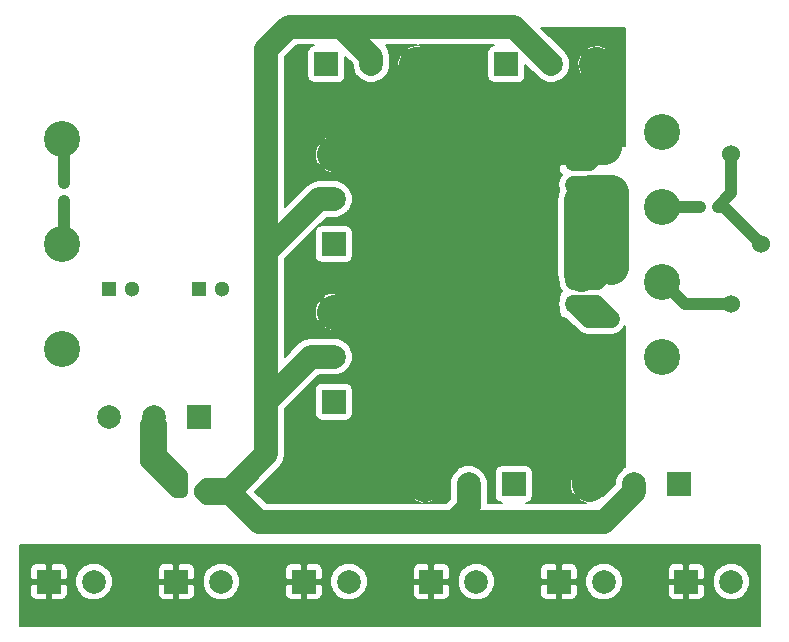
<source format=gbr>
G04 #@! TF.FileFunction,Copper,L1,Top,Signal*
%FSLAX46Y46*%
G04 Gerber Fmt 4.6, Leading zero omitted, Abs format (unit mm)*
G04 Created by KiCad (PCBNEW (2015-05-27 BZR 5686)-product) date 2015年05月29日 星期五 17时45分10秒*
%MOMM*%
G01*
G04 APERTURE LIST*
%ADD10C,0.100000*%
%ADD11R,1.300000X1.300000*%
%ADD12C,1.300000*%
%ADD13C,2.000000*%
%ADD14R,2.000000X2.000000*%
%ADD15R,0.900000X0.500000*%
%ADD16R,0.500000X0.900000*%
%ADD17C,1.524000*%
%ADD18C,3.048000*%
%ADD19C,0.600000*%
%ADD20C,1.000000*%
%ADD21C,3.000000*%
%ADD22C,1.500000*%
%ADD23C,2.000000*%
%ADD24C,0.152400*%
G04 APERTURE END LIST*
D10*
D11*
X137160000Y-117475000D03*
D12*
X139160000Y-117475000D03*
D11*
X144780000Y-117475000D03*
D12*
X146780000Y-117475000D03*
D11*
X176530000Y-106680000D03*
D12*
X176530000Y-108680000D03*
D11*
X176530000Y-118745000D03*
D12*
X176530000Y-116745000D03*
D13*
X156210000Y-119380000D03*
D14*
X156210000Y-127000000D03*
D13*
X156210000Y-123190000D03*
X163830000Y-133985000D03*
D14*
X171450000Y-133985000D03*
D13*
X167640000Y-133985000D03*
X178435000Y-98425000D03*
D14*
X170815000Y-98425000D03*
D13*
X174625000Y-98425000D03*
X177800000Y-133985000D03*
D14*
X185420000Y-133985000D03*
D13*
X181610000Y-133985000D03*
X156210000Y-106045000D03*
D14*
X156210000Y-113665000D03*
D13*
X156210000Y-109855000D03*
X163195000Y-98425000D03*
D14*
X155575000Y-98425000D03*
D13*
X159385000Y-98425000D03*
X137160000Y-128270000D03*
D14*
X144780000Y-128270000D03*
D13*
X140970000Y-128270000D03*
D14*
X142875000Y-142240000D03*
D13*
X146685000Y-142240000D03*
D14*
X175260000Y-142240000D03*
D13*
X179070000Y-142240000D03*
D14*
X132080000Y-142240000D03*
D13*
X135890000Y-142240000D03*
D14*
X186055000Y-142240000D03*
D13*
X189865000Y-142240000D03*
D14*
X153670000Y-142240000D03*
D13*
X157480000Y-142240000D03*
D14*
X164465000Y-142240000D03*
D13*
X168275000Y-142240000D03*
D15*
X133350000Y-108470000D03*
X133350000Y-109970000D03*
D16*
X188710000Y-110490000D03*
X187210000Y-110490000D03*
X143395000Y-134620000D03*
X144895000Y-134620000D03*
D17*
X189865000Y-118745000D03*
X192405000Y-113665000D03*
X189865000Y-106045000D03*
D18*
X133223000Y-122555000D03*
X133223000Y-113665000D03*
X133223000Y-104775000D03*
X184023000Y-104140000D03*
X184023000Y-110490000D03*
X184023000Y-116840000D03*
X184023000Y-123190000D03*
D19*
X179070000Y-105410000D03*
X179705000Y-115570000D03*
X179705000Y-109220000D03*
X179705000Y-120015000D03*
D20*
X133350000Y-108470000D02*
X133350000Y-104902000D01*
X133350000Y-104902000D02*
X133223000Y-104775000D01*
D21*
X163195000Y-98425000D02*
X163195000Y-133350000D01*
X163195000Y-133350000D02*
X163830000Y-133985000D01*
X156210000Y-106045000D02*
X158115000Y-106045000D01*
X158115000Y-106045000D02*
X164147500Y-112077500D01*
X164147500Y-112077500D02*
X164147500Y-110172500D01*
X156210000Y-106045000D02*
X160020000Y-106045000D01*
X160020000Y-106045000D02*
X164147500Y-110172500D01*
X164147500Y-110172500D02*
X165100000Y-111125000D01*
X161290000Y-114935000D02*
X161290000Y-109220000D01*
X161290000Y-109220000D02*
X158115000Y-106045000D01*
X156210000Y-119380000D02*
X161925000Y-119380000D01*
X161925000Y-119380000D02*
X169545000Y-111760000D01*
X163195000Y-98425000D02*
X163195000Y-100965000D01*
X163195000Y-100965000D02*
X167640000Y-105410000D01*
X167640000Y-105410000D02*
X168275000Y-105410000D01*
X163195000Y-98425000D02*
X165735000Y-98425000D01*
X165735000Y-98425000D02*
X170497500Y-103187500D01*
X156210000Y-106045000D02*
X158115000Y-106045000D01*
X158115000Y-106045000D02*
X160020000Y-107950000D01*
X160020000Y-107950000D02*
X168275000Y-107950000D01*
X163830000Y-133985000D02*
X163830000Y-121285000D01*
X163830000Y-121285000D02*
X169545000Y-115570000D01*
X169545000Y-115570000D02*
X169545000Y-111760000D01*
X169545000Y-111760000D02*
X169545000Y-109220000D01*
X169545000Y-109220000D02*
X168275000Y-107950000D01*
X156210000Y-119380000D02*
X156845000Y-119380000D01*
X156845000Y-119380000D02*
X161290000Y-114935000D01*
X161290000Y-114935000D02*
X165100000Y-111125000D01*
X165100000Y-111125000D02*
X168275000Y-107950000D01*
X168275000Y-107950000D02*
X168275000Y-105410000D01*
X168275000Y-105410000D02*
X168275000Y-105410000D01*
X156210000Y-119380000D02*
X158115000Y-119380000D01*
X158115000Y-119380000D02*
X172085000Y-105410000D01*
X177800000Y-133985000D02*
X177800000Y-130810000D01*
X177800000Y-130810000D02*
X170180000Y-123190000D01*
X163830000Y-125730000D02*
X164465000Y-125730000D01*
X164465000Y-125730000D02*
X172085000Y-118110000D01*
X163830000Y-133985000D02*
X163830000Y-129540000D01*
X163830000Y-129540000D02*
X170180000Y-123190000D01*
X170180000Y-123190000D02*
X172085000Y-121285000D01*
X177800000Y-133985000D02*
X177800000Y-127000000D01*
X177800000Y-127000000D02*
X172085000Y-121285000D01*
X172085000Y-121285000D02*
X172085000Y-118110000D01*
X172085000Y-118110000D02*
X172085000Y-116205000D01*
X163830000Y-133985000D02*
X163830000Y-125730000D01*
X163830000Y-125730000D02*
X163830000Y-124460000D01*
X163830000Y-124460000D02*
X172085000Y-116205000D01*
X172085000Y-116205000D02*
X172085000Y-105410000D01*
X172085000Y-105410000D02*
X172085000Y-106680000D01*
X156210000Y-119380000D02*
X159385000Y-119380000D01*
X159385000Y-119380000D02*
X172085000Y-106680000D01*
X172085000Y-106680000D02*
X173355000Y-105410000D01*
X167957500Y-103187500D02*
X170497500Y-103187500D01*
X170497500Y-103187500D02*
X176212500Y-103187500D01*
X176212500Y-103187500D02*
X179070000Y-100330000D01*
X177165000Y-105410000D02*
X173355000Y-105410000D01*
X173355000Y-105410000D02*
X168275000Y-105410000D01*
X168275000Y-105410000D02*
X156845000Y-105410000D01*
X156845000Y-105410000D02*
X156210000Y-106045000D01*
X179070000Y-105410000D02*
X177165000Y-105410000D01*
X177165000Y-105410000D02*
X170180000Y-105410000D01*
X170180000Y-105410000D02*
X167957500Y-103187500D01*
X167957500Y-103187500D02*
X163195000Y-98425000D01*
X179070000Y-105410000D02*
X179070000Y-100330000D01*
X179070000Y-100330000D02*
X179070000Y-99060000D01*
X179070000Y-99060000D02*
X178435000Y-98425000D01*
D22*
X179070000Y-105410000D02*
X178752500Y-105727500D01*
X178752500Y-105727500D02*
X177800000Y-106680000D01*
X177800000Y-106680000D02*
X176530000Y-106680000D01*
D20*
X144895000Y-134620000D02*
X144895000Y-134735000D01*
X144895000Y-134735000D02*
X145415000Y-135255000D01*
X145415000Y-135255000D02*
X147955000Y-135255000D01*
X144895000Y-134620000D02*
X144895000Y-134505000D01*
X144895000Y-134505000D02*
X145415000Y-133985000D01*
X145415000Y-133985000D02*
X147320000Y-133985000D01*
X147320000Y-133985000D02*
X149225000Y-132080000D01*
X149225000Y-132080000D02*
X149225000Y-132715000D01*
X144895000Y-134620000D02*
X147320000Y-134620000D01*
D23*
X164465000Y-137160000D02*
X166370000Y-137160000D01*
X166370000Y-137160000D02*
X167640000Y-135890000D01*
X167640000Y-135890000D02*
X167640000Y-133985000D01*
X181610000Y-133985000D02*
X181610000Y-134620000D01*
X181610000Y-134620000D02*
X179070000Y-137160000D01*
X179070000Y-137160000D02*
X164465000Y-137160000D01*
X164465000Y-137160000D02*
X149860000Y-137160000D01*
X149860000Y-137160000D02*
X147955000Y-135255000D01*
X147955000Y-135255000D02*
X147320000Y-134620000D01*
X156210000Y-123190000D02*
X154305000Y-123190000D01*
X154305000Y-123190000D02*
X150495000Y-127000000D01*
X156210000Y-109855000D02*
X154940000Y-109855000D01*
X154940000Y-109855000D02*
X150495000Y-114300000D01*
X159385000Y-98425000D02*
X159385000Y-97790000D01*
X159385000Y-97790000D02*
X156845000Y-95250000D01*
X147320000Y-134620000D02*
X149225000Y-132715000D01*
X149225000Y-132715000D02*
X150495000Y-131445000D01*
X150495000Y-131445000D02*
X150495000Y-127000000D01*
X150495000Y-127000000D02*
X150495000Y-114300000D01*
X150495000Y-114300000D02*
X150495000Y-97155000D01*
X150495000Y-97155000D02*
X152400000Y-95250000D01*
X152400000Y-95250000D02*
X156845000Y-95250000D01*
X156845000Y-95250000D02*
X171450000Y-95250000D01*
X171450000Y-95250000D02*
X174625000Y-98425000D01*
D21*
X179705000Y-109220000D02*
X177889998Y-109220000D01*
X177889998Y-109220000D02*
X177165000Y-109944998D01*
X177165000Y-109944998D02*
X177165000Y-116205000D01*
X179705000Y-109220000D02*
X179705000Y-114617500D01*
X179705000Y-114617500D02*
X179705000Y-115570000D01*
D20*
X184023000Y-110490000D02*
X187210000Y-110490000D01*
D22*
X179705000Y-109220000D02*
X177165000Y-109220000D01*
X177165000Y-109220000D02*
X176625000Y-108680000D01*
X176625000Y-108680000D02*
X176530000Y-108680000D01*
X176530000Y-116745000D02*
X176625000Y-116745000D01*
X176625000Y-116745000D02*
X177165000Y-116205000D01*
X177165000Y-116205000D02*
X177800000Y-115570000D01*
X177800000Y-115570000D02*
X179705000Y-115570000D01*
X179705000Y-115570000D02*
X178530000Y-116745000D01*
X178530000Y-116745000D02*
X176530000Y-116745000D01*
X179705000Y-109220000D02*
X179165000Y-108680000D01*
X179165000Y-108680000D02*
X176530000Y-108680000D01*
X179705000Y-120015000D02*
X177800000Y-120015000D01*
X177800000Y-120015000D02*
X176530000Y-118745000D01*
X179705000Y-120015000D02*
X178435000Y-118745000D01*
X178435000Y-118745000D02*
X176530000Y-118745000D01*
D20*
X140970000Y-128270000D02*
X140335000Y-128905000D01*
X140335000Y-128905000D02*
X140335000Y-132080000D01*
X140335000Y-132080000D02*
X142875000Y-134620000D01*
X142875000Y-134620000D02*
X143395000Y-134620000D01*
X143395000Y-134620000D02*
X143395000Y-133235000D01*
X143395000Y-133235000D02*
X141605000Y-131445000D01*
X141605000Y-131445000D02*
X141605000Y-128905000D01*
X141605000Y-128905000D02*
X140970000Y-128270000D01*
X140970000Y-128270000D02*
X140970000Y-132195000D01*
X140970000Y-132195000D02*
X143395000Y-134620000D01*
X133350000Y-109970000D02*
X133350000Y-113538000D01*
X133350000Y-113538000D02*
X133223000Y-113665000D01*
X189865000Y-106045000D02*
X189865000Y-109335000D01*
X189865000Y-109335000D02*
X188710000Y-110490000D01*
X188710000Y-110490000D02*
X189230000Y-110490000D01*
X189230000Y-110490000D02*
X192405000Y-113665000D01*
X189865000Y-118745000D02*
X185928000Y-118745000D01*
X185928000Y-118745000D02*
X184023000Y-116840000D01*
D24*
G36*
X180898800Y-132564755D02*
X180713795Y-132641198D01*
X180489801Y-132864800D01*
X180489801Y-132864801D01*
X180489800Y-132864801D01*
X180267764Y-133086451D01*
X180026076Y-133668501D01*
X180025818Y-133963784D01*
X179402569Y-134587033D01*
X179028026Y-134961576D01*
X178956961Y-134890511D01*
X179203321Y-134784799D01*
X179402569Y-134186891D01*
X179357841Y-133558247D01*
X179203321Y-133185201D01*
X178956960Y-133079488D01*
X178705512Y-133330935D01*
X178705512Y-132828040D01*
X178599799Y-132581679D01*
X178001891Y-132382431D01*
X177373247Y-132427159D01*
X177000201Y-132581679D01*
X176894488Y-132828040D01*
X177800000Y-133733553D01*
X178705512Y-132828040D01*
X178705512Y-133330935D01*
X178051447Y-133985000D01*
X178065589Y-133999142D01*
X177814142Y-134250589D01*
X177800000Y-134236447D01*
X177548553Y-134487894D01*
X177548553Y-133985000D01*
X176643040Y-133079488D01*
X176396679Y-133185201D01*
X176197431Y-133783109D01*
X176242159Y-134411753D01*
X176396679Y-134784799D01*
X176643040Y-134890512D01*
X177548553Y-133985000D01*
X177548553Y-134487894D01*
X176894488Y-135141960D01*
X177000201Y-135388321D01*
X177562792Y-135575800D01*
X172474971Y-135575800D01*
X172672753Y-135537426D01*
X172868533Y-135408820D01*
X172999586Y-135214669D01*
X173045645Y-134985000D01*
X173045645Y-132985000D01*
X173002426Y-132762247D01*
X172873820Y-132566467D01*
X172679669Y-132435414D01*
X172450000Y-132389355D01*
X170450000Y-132389355D01*
X170227247Y-132432574D01*
X170031467Y-132561180D01*
X169900414Y-132755331D01*
X169854355Y-132985000D01*
X169854355Y-134985000D01*
X169897574Y-135207753D01*
X170026180Y-135403533D01*
X170220331Y-135534586D01*
X170425840Y-135575800D01*
X169224200Y-135575800D01*
X169224200Y-133985236D01*
X169224200Y-133985000D01*
X169224474Y-133671266D01*
X169103610Y-133378753D01*
X168983802Y-133088795D01*
X168760199Y-132864801D01*
X168760198Y-132864800D01*
X168538549Y-132642764D01*
X168246247Y-132521390D01*
X167956499Y-132401076D01*
X167326266Y-132400526D01*
X166743795Y-132641198D01*
X166519801Y-132864800D01*
X166519801Y-132864801D01*
X166519800Y-132864801D01*
X166297764Y-133086451D01*
X166056076Y-133668501D01*
X166055526Y-134298734D01*
X166055800Y-134299397D01*
X166055800Y-135233802D01*
X165713802Y-135575800D01*
X165432569Y-135575800D01*
X165432569Y-134186891D01*
X165387841Y-133558247D01*
X165233321Y-133185201D01*
X164986960Y-133079488D01*
X164797569Y-133268878D01*
X164797569Y-98626891D01*
X164752841Y-97998247D01*
X164598321Y-97625201D01*
X164351960Y-97519488D01*
X163446447Y-98425000D01*
X164351960Y-99330512D01*
X164598321Y-99224799D01*
X164797569Y-98626891D01*
X164797569Y-133268878D01*
X164735512Y-133330935D01*
X164735512Y-132828040D01*
X164629799Y-132581679D01*
X164100512Y-132405298D01*
X164100512Y-99581960D01*
X163195000Y-98676447D01*
X162943553Y-98927894D01*
X162943553Y-98425000D01*
X162038040Y-97519488D01*
X161791679Y-97625201D01*
X161592431Y-98223109D01*
X161637159Y-98851753D01*
X161791679Y-99224799D01*
X162038040Y-99330512D01*
X162943553Y-98425000D01*
X162943553Y-98927894D01*
X162289488Y-99581960D01*
X162395201Y-99828321D01*
X162993109Y-100027569D01*
X163621753Y-99982841D01*
X163994799Y-99828321D01*
X164100512Y-99581960D01*
X164100512Y-132405298D01*
X164031891Y-132382431D01*
X163403247Y-132427159D01*
X163030201Y-132581679D01*
X162924488Y-132828040D01*
X163830000Y-133733553D01*
X164735512Y-132828040D01*
X164735512Y-133330935D01*
X164081447Y-133985000D01*
X164986960Y-134890512D01*
X165233321Y-134784799D01*
X165432569Y-134186891D01*
X165432569Y-135575800D01*
X164465000Y-135575800D01*
X163793520Y-135575800D01*
X164256753Y-135542841D01*
X164629799Y-135388321D01*
X164735512Y-135141960D01*
X163830000Y-134236447D01*
X163578553Y-134487894D01*
X163578553Y-133985000D01*
X162673040Y-133079488D01*
X162426679Y-133185201D01*
X162227431Y-133783109D01*
X162272159Y-134411753D01*
X162426679Y-134784799D01*
X162673040Y-134890512D01*
X163578553Y-133985000D01*
X163578553Y-134487894D01*
X162924488Y-135141960D01*
X163030201Y-135388321D01*
X163592792Y-135575800D01*
X157812569Y-135575800D01*
X157812569Y-119581891D01*
X157812569Y-106246891D01*
X157767841Y-105618247D01*
X157613321Y-105245201D01*
X157366960Y-105139488D01*
X157115512Y-105390935D01*
X157115512Y-104888040D01*
X157009799Y-104641679D01*
X156411891Y-104442431D01*
X155783247Y-104487159D01*
X155410201Y-104641679D01*
X155304488Y-104888040D01*
X156210000Y-105793553D01*
X157115512Y-104888040D01*
X157115512Y-105390935D01*
X156461447Y-106045000D01*
X157366960Y-106950512D01*
X157613321Y-106844799D01*
X157812569Y-106246891D01*
X157812569Y-119581891D01*
X157767841Y-118953247D01*
X157613321Y-118580201D01*
X157366960Y-118474488D01*
X157115512Y-118725935D01*
X157115512Y-118223040D01*
X157009799Y-117976679D01*
X156411891Y-117777431D01*
X155783247Y-117822159D01*
X155410201Y-117976679D01*
X155304488Y-118223040D01*
X156210000Y-119128553D01*
X157115512Y-118223040D01*
X157115512Y-118725935D01*
X156461447Y-119380000D01*
X157366960Y-120285512D01*
X157613321Y-120179799D01*
X157812569Y-119581891D01*
X157812569Y-135575800D01*
X157805645Y-135575800D01*
X157805645Y-128000000D01*
X157805645Y-126000000D01*
X157762426Y-125777247D01*
X157633820Y-125581467D01*
X157439669Y-125450414D01*
X157210000Y-125404355D01*
X155210000Y-125404355D01*
X154987247Y-125447574D01*
X154791467Y-125576180D01*
X154660414Y-125770331D01*
X154614355Y-126000000D01*
X154614355Y-128000000D01*
X154657574Y-128222753D01*
X154786180Y-128418533D01*
X154980331Y-128549586D01*
X155210000Y-128595645D01*
X157210000Y-128595645D01*
X157432753Y-128552426D01*
X157628533Y-128423820D01*
X157759586Y-128229669D01*
X157805645Y-128000000D01*
X157805645Y-135575800D01*
X150516197Y-135575800D01*
X149560397Y-134619999D01*
X150345195Y-133835201D01*
X150345199Y-133835199D01*
X150345199Y-133835198D01*
X151615195Y-132565201D01*
X151615198Y-132565199D01*
X151615199Y-132565199D01*
X151958610Y-132051247D01*
X152079200Y-131445000D01*
X152079200Y-127656197D01*
X154961197Y-124774200D01*
X156209763Y-124774200D01*
X156210000Y-124774200D01*
X156523734Y-124774474D01*
X156816247Y-124653610D01*
X157106205Y-124533802D01*
X157330198Y-124310199D01*
X157330199Y-124310199D01*
X157330199Y-124310198D01*
X157552236Y-124088549D01*
X157673610Y-123796247D01*
X157793924Y-123506499D01*
X157794200Y-123190000D01*
X157794474Y-122876266D01*
X157673610Y-122583753D01*
X157553802Y-122293795D01*
X157330199Y-122069801D01*
X157330198Y-122069800D01*
X157115512Y-121854739D01*
X157115512Y-120536960D01*
X156210000Y-119631447D01*
X155958553Y-119882894D01*
X155958553Y-119380000D01*
X155053040Y-118474488D01*
X154806679Y-118580201D01*
X154607431Y-119178109D01*
X154652159Y-119806753D01*
X154806679Y-120179799D01*
X155053040Y-120285512D01*
X155958553Y-119380000D01*
X155958553Y-119882894D01*
X155304488Y-120536960D01*
X155410201Y-120783321D01*
X156008109Y-120982569D01*
X156636753Y-120937841D01*
X157009799Y-120783321D01*
X157115512Y-120536960D01*
X157115512Y-121854739D01*
X157108549Y-121847764D01*
X156816247Y-121726390D01*
X156526499Y-121606076D01*
X155896266Y-121605526D01*
X155895602Y-121605800D01*
X154305005Y-121605800D01*
X154305000Y-121605799D01*
X153698753Y-121726390D01*
X153184801Y-122069801D01*
X153184798Y-122069804D01*
X152079200Y-123175402D01*
X152079200Y-114956197D01*
X154785754Y-112249642D01*
X154660414Y-112435331D01*
X154614355Y-112665000D01*
X154614355Y-114665000D01*
X154657574Y-114887753D01*
X154786180Y-115083533D01*
X154980331Y-115214586D01*
X155210000Y-115260645D01*
X157210000Y-115260645D01*
X157432753Y-115217426D01*
X157628533Y-115088820D01*
X157759586Y-114894669D01*
X157805645Y-114665000D01*
X157805645Y-112665000D01*
X157762426Y-112442247D01*
X157633820Y-112246467D01*
X157439669Y-112115414D01*
X157210000Y-112069355D01*
X155210000Y-112069355D01*
X154987247Y-112112574D01*
X154799482Y-112235914D01*
X155596197Y-111439200D01*
X156209763Y-111439200D01*
X156210000Y-111439200D01*
X156523734Y-111439474D01*
X156816247Y-111318610D01*
X157106205Y-111198802D01*
X157330198Y-110975199D01*
X157330199Y-110975199D01*
X157330199Y-110975198D01*
X157552236Y-110753549D01*
X157673610Y-110461247D01*
X157793924Y-110171499D01*
X157794200Y-109855000D01*
X157794474Y-109541266D01*
X157673610Y-109248753D01*
X157553802Y-108958795D01*
X157330199Y-108734801D01*
X157330198Y-108734800D01*
X157115512Y-108519739D01*
X157115512Y-107201960D01*
X156210000Y-106296447D01*
X155958553Y-106547894D01*
X155958553Y-106045000D01*
X155053040Y-105139488D01*
X154806679Y-105245201D01*
X154607431Y-105843109D01*
X154652159Y-106471753D01*
X154806679Y-106844799D01*
X155053040Y-106950512D01*
X155958553Y-106045000D01*
X155958553Y-106547894D01*
X155304488Y-107201960D01*
X155410201Y-107448321D01*
X156008109Y-107647569D01*
X156636753Y-107602841D01*
X157009799Y-107448321D01*
X157115512Y-107201960D01*
X157115512Y-108519739D01*
X157108549Y-108512764D01*
X156816247Y-108391390D01*
X156526499Y-108271076D01*
X155896266Y-108270526D01*
X155895602Y-108270800D01*
X154940000Y-108270800D01*
X154333753Y-108391390D01*
X153819801Y-108734801D01*
X153819798Y-108734804D01*
X152079200Y-110475402D01*
X152079200Y-97811197D01*
X153056197Y-96834200D01*
X154550028Y-96834200D01*
X154352247Y-96872574D01*
X154156467Y-97001180D01*
X154025414Y-97195331D01*
X153979355Y-97425000D01*
X153979355Y-99425000D01*
X154022574Y-99647753D01*
X154151180Y-99843533D01*
X154345331Y-99974586D01*
X154575000Y-100020645D01*
X156575000Y-100020645D01*
X156797753Y-99977426D01*
X156993533Y-99848820D01*
X157124586Y-99654669D01*
X157170645Y-99425000D01*
X157170645Y-97816042D01*
X157800781Y-98446178D01*
X157800526Y-98738734D01*
X157921390Y-99031247D01*
X158041198Y-99321205D01*
X158264800Y-99545198D01*
X158264801Y-99545199D01*
X158486451Y-99767236D01*
X158778753Y-99888610D01*
X159068501Y-100008924D01*
X159385000Y-100009200D01*
X159698734Y-100009474D01*
X159991247Y-99888610D01*
X160281205Y-99768802D01*
X160505198Y-99545199D01*
X160505199Y-99545199D01*
X160505199Y-99545198D01*
X160727236Y-99323549D01*
X160848610Y-99031247D01*
X160968924Y-98741499D01*
X160969200Y-98425000D01*
X160969474Y-98111266D01*
X160969200Y-98110602D01*
X160969200Y-97790000D01*
X160848610Y-97183753D01*
X160848610Y-97183752D01*
X160711058Y-96977892D01*
X160615046Y-96834200D01*
X163231479Y-96834200D01*
X162768247Y-96867159D01*
X162395201Y-97021679D01*
X162289488Y-97268040D01*
X163195000Y-98173553D01*
X164100512Y-97268040D01*
X163994799Y-97021679D01*
X163432207Y-96834200D01*
X169790028Y-96834200D01*
X169592247Y-96872574D01*
X169396467Y-97001180D01*
X169265414Y-97195331D01*
X169219355Y-97425000D01*
X169219355Y-99425000D01*
X169262574Y-99647753D01*
X169391180Y-99843533D01*
X169585331Y-99974586D01*
X169815000Y-100020645D01*
X171815000Y-100020645D01*
X172037753Y-99977426D01*
X172233533Y-99848820D01*
X172364586Y-99654669D01*
X172410645Y-99425000D01*
X172410645Y-98451043D01*
X173504801Y-99545199D01*
X173726451Y-99767236D01*
X174018753Y-99888610D01*
X174308501Y-100008924D01*
X174624995Y-100009200D01*
X174625000Y-100009201D01*
X174625003Y-100009200D01*
X174938734Y-100009474D01*
X175231247Y-99888610D01*
X175521205Y-99768802D01*
X175745198Y-99545199D01*
X175745199Y-99545199D01*
X175745199Y-99545198D01*
X175967236Y-99323549D01*
X176088610Y-99031247D01*
X176208924Y-98741499D01*
X176209200Y-98425004D01*
X176209201Y-98425000D01*
X176209200Y-98424996D01*
X176209474Y-98111266D01*
X176088610Y-97818753D01*
X175968802Y-97528795D01*
X175745199Y-97304801D01*
X175745030Y-97304632D01*
X175523549Y-97082764D01*
X175522887Y-97082489D01*
X173766597Y-95326200D01*
X180898800Y-95326200D01*
X180898800Y-105333800D01*
X180037569Y-105333800D01*
X180037569Y-98626891D01*
X179992841Y-97998247D01*
X179838321Y-97625201D01*
X179591960Y-97519488D01*
X179340512Y-97770935D01*
X179340512Y-97268040D01*
X179234799Y-97021679D01*
X178636891Y-96822431D01*
X178008247Y-96867159D01*
X177635201Y-97021679D01*
X177529488Y-97268040D01*
X178435000Y-98173553D01*
X179340512Y-97268040D01*
X179340512Y-97770935D01*
X178686447Y-98425000D01*
X179591960Y-99330512D01*
X179838321Y-99224799D01*
X180037569Y-98626891D01*
X180037569Y-105333800D01*
X179340512Y-105333800D01*
X179340512Y-99581960D01*
X178435000Y-98676447D01*
X178183553Y-98927894D01*
X178183553Y-98425000D01*
X177278040Y-97519488D01*
X177031679Y-97625201D01*
X176832431Y-98223109D01*
X176877159Y-98851753D01*
X177031679Y-99224799D01*
X177278040Y-99330512D01*
X178183553Y-98425000D01*
X178183553Y-98927894D01*
X177529488Y-99581960D01*
X177635201Y-99828321D01*
X178233109Y-100027569D01*
X178861753Y-99982841D01*
X179234799Y-99828321D01*
X179340512Y-99581960D01*
X179340512Y-105333800D01*
X177768437Y-105333800D01*
X177539210Y-105563026D01*
X177510922Y-105534739D01*
X177296204Y-105445800D01*
X177063795Y-105445800D01*
X176853850Y-105445800D01*
X176707800Y-105591850D01*
X176707800Y-106394437D01*
X176453800Y-106648437D01*
X176453800Y-106877800D01*
X176352200Y-106877800D01*
X176352200Y-106857800D01*
X176352200Y-106502200D01*
X176352200Y-105591850D01*
X176206150Y-105445800D01*
X175996205Y-105445800D01*
X175763796Y-105445800D01*
X175549078Y-105534739D01*
X175384739Y-105699077D01*
X175295800Y-105913795D01*
X175295800Y-106356150D01*
X175441850Y-106502200D01*
X176352200Y-106502200D01*
X176352200Y-106857800D01*
X175441850Y-106857800D01*
X175295800Y-107003850D01*
X175295800Y-107446205D01*
X175384739Y-107660923D01*
X175536036Y-107812219D01*
X175297360Y-108169424D01*
X175195800Y-108680000D01*
X175277458Y-109090525D01*
X175239450Y-109147409D01*
X175080800Y-109944998D01*
X175080800Y-116205000D01*
X175239450Y-117002589D01*
X175250253Y-117018758D01*
X175297360Y-117255576D01*
X175540408Y-117619324D01*
X175461467Y-117671180D01*
X175330414Y-117865331D01*
X175284355Y-118095000D01*
X175284355Y-118299804D01*
X175195800Y-118745000D01*
X175284355Y-119190195D01*
X175284355Y-119395000D01*
X175327574Y-119617753D01*
X175456180Y-119813533D01*
X175650331Y-119944586D01*
X175880000Y-119990645D01*
X175888801Y-119990645D01*
X176856578Y-120958422D01*
X177289423Y-121247640D01*
X177289424Y-121247640D01*
X177800000Y-121349200D01*
X179705000Y-121349200D01*
X180215576Y-121247640D01*
X180648422Y-120958422D01*
X180898800Y-120583704D01*
X180898800Y-132564755D01*
X180898800Y-132564755D01*
G37*
X180898800Y-132564755D02*
X180713795Y-132641198D01*
X180489801Y-132864800D01*
X180489801Y-132864801D01*
X180489800Y-132864801D01*
X180267764Y-133086451D01*
X180026076Y-133668501D01*
X180025818Y-133963784D01*
X179402569Y-134587033D01*
X179028026Y-134961576D01*
X178956961Y-134890511D01*
X179203321Y-134784799D01*
X179402569Y-134186891D01*
X179357841Y-133558247D01*
X179203321Y-133185201D01*
X178956960Y-133079488D01*
X178705512Y-133330935D01*
X178705512Y-132828040D01*
X178599799Y-132581679D01*
X178001891Y-132382431D01*
X177373247Y-132427159D01*
X177000201Y-132581679D01*
X176894488Y-132828040D01*
X177800000Y-133733553D01*
X178705512Y-132828040D01*
X178705512Y-133330935D01*
X178051447Y-133985000D01*
X178065589Y-133999142D01*
X177814142Y-134250589D01*
X177800000Y-134236447D01*
X177548553Y-134487894D01*
X177548553Y-133985000D01*
X176643040Y-133079488D01*
X176396679Y-133185201D01*
X176197431Y-133783109D01*
X176242159Y-134411753D01*
X176396679Y-134784799D01*
X176643040Y-134890512D01*
X177548553Y-133985000D01*
X177548553Y-134487894D01*
X176894488Y-135141960D01*
X177000201Y-135388321D01*
X177562792Y-135575800D01*
X172474971Y-135575800D01*
X172672753Y-135537426D01*
X172868533Y-135408820D01*
X172999586Y-135214669D01*
X173045645Y-134985000D01*
X173045645Y-132985000D01*
X173002426Y-132762247D01*
X172873820Y-132566467D01*
X172679669Y-132435414D01*
X172450000Y-132389355D01*
X170450000Y-132389355D01*
X170227247Y-132432574D01*
X170031467Y-132561180D01*
X169900414Y-132755331D01*
X169854355Y-132985000D01*
X169854355Y-134985000D01*
X169897574Y-135207753D01*
X170026180Y-135403533D01*
X170220331Y-135534586D01*
X170425840Y-135575800D01*
X169224200Y-135575800D01*
X169224200Y-133985236D01*
X169224200Y-133985000D01*
X169224474Y-133671266D01*
X169103610Y-133378753D01*
X168983802Y-133088795D01*
X168760199Y-132864801D01*
X168760198Y-132864800D01*
X168538549Y-132642764D01*
X168246247Y-132521390D01*
X167956499Y-132401076D01*
X167326266Y-132400526D01*
X166743795Y-132641198D01*
X166519801Y-132864800D01*
X166519801Y-132864801D01*
X166519800Y-132864801D01*
X166297764Y-133086451D01*
X166056076Y-133668501D01*
X166055526Y-134298734D01*
X166055800Y-134299397D01*
X166055800Y-135233802D01*
X165713802Y-135575800D01*
X165432569Y-135575800D01*
X165432569Y-134186891D01*
X165387841Y-133558247D01*
X165233321Y-133185201D01*
X164986960Y-133079488D01*
X164797569Y-133268878D01*
X164797569Y-98626891D01*
X164752841Y-97998247D01*
X164598321Y-97625201D01*
X164351960Y-97519488D01*
X163446447Y-98425000D01*
X164351960Y-99330512D01*
X164598321Y-99224799D01*
X164797569Y-98626891D01*
X164797569Y-133268878D01*
X164735512Y-133330935D01*
X164735512Y-132828040D01*
X164629799Y-132581679D01*
X164100512Y-132405298D01*
X164100512Y-99581960D01*
X163195000Y-98676447D01*
X162943553Y-98927894D01*
X162943553Y-98425000D01*
X162038040Y-97519488D01*
X161791679Y-97625201D01*
X161592431Y-98223109D01*
X161637159Y-98851753D01*
X161791679Y-99224799D01*
X162038040Y-99330512D01*
X162943553Y-98425000D01*
X162943553Y-98927894D01*
X162289488Y-99581960D01*
X162395201Y-99828321D01*
X162993109Y-100027569D01*
X163621753Y-99982841D01*
X163994799Y-99828321D01*
X164100512Y-99581960D01*
X164100512Y-132405298D01*
X164031891Y-132382431D01*
X163403247Y-132427159D01*
X163030201Y-132581679D01*
X162924488Y-132828040D01*
X163830000Y-133733553D01*
X164735512Y-132828040D01*
X164735512Y-133330935D01*
X164081447Y-133985000D01*
X164986960Y-134890512D01*
X165233321Y-134784799D01*
X165432569Y-134186891D01*
X165432569Y-135575800D01*
X164465000Y-135575800D01*
X163793520Y-135575800D01*
X164256753Y-135542841D01*
X164629799Y-135388321D01*
X164735512Y-135141960D01*
X163830000Y-134236447D01*
X163578553Y-134487894D01*
X163578553Y-133985000D01*
X162673040Y-133079488D01*
X162426679Y-133185201D01*
X162227431Y-133783109D01*
X162272159Y-134411753D01*
X162426679Y-134784799D01*
X162673040Y-134890512D01*
X163578553Y-133985000D01*
X163578553Y-134487894D01*
X162924488Y-135141960D01*
X163030201Y-135388321D01*
X163592792Y-135575800D01*
X157812569Y-135575800D01*
X157812569Y-119581891D01*
X157812569Y-106246891D01*
X157767841Y-105618247D01*
X157613321Y-105245201D01*
X157366960Y-105139488D01*
X157115512Y-105390935D01*
X157115512Y-104888040D01*
X157009799Y-104641679D01*
X156411891Y-104442431D01*
X155783247Y-104487159D01*
X155410201Y-104641679D01*
X155304488Y-104888040D01*
X156210000Y-105793553D01*
X157115512Y-104888040D01*
X157115512Y-105390935D01*
X156461447Y-106045000D01*
X157366960Y-106950512D01*
X157613321Y-106844799D01*
X157812569Y-106246891D01*
X157812569Y-119581891D01*
X157767841Y-118953247D01*
X157613321Y-118580201D01*
X157366960Y-118474488D01*
X157115512Y-118725935D01*
X157115512Y-118223040D01*
X157009799Y-117976679D01*
X156411891Y-117777431D01*
X155783247Y-117822159D01*
X155410201Y-117976679D01*
X155304488Y-118223040D01*
X156210000Y-119128553D01*
X157115512Y-118223040D01*
X157115512Y-118725935D01*
X156461447Y-119380000D01*
X157366960Y-120285512D01*
X157613321Y-120179799D01*
X157812569Y-119581891D01*
X157812569Y-135575800D01*
X157805645Y-135575800D01*
X157805645Y-128000000D01*
X157805645Y-126000000D01*
X157762426Y-125777247D01*
X157633820Y-125581467D01*
X157439669Y-125450414D01*
X157210000Y-125404355D01*
X155210000Y-125404355D01*
X154987247Y-125447574D01*
X154791467Y-125576180D01*
X154660414Y-125770331D01*
X154614355Y-126000000D01*
X154614355Y-128000000D01*
X154657574Y-128222753D01*
X154786180Y-128418533D01*
X154980331Y-128549586D01*
X155210000Y-128595645D01*
X157210000Y-128595645D01*
X157432753Y-128552426D01*
X157628533Y-128423820D01*
X157759586Y-128229669D01*
X157805645Y-128000000D01*
X157805645Y-135575800D01*
X150516197Y-135575800D01*
X149560397Y-134619999D01*
X150345195Y-133835201D01*
X150345199Y-133835199D01*
X150345199Y-133835198D01*
X151615195Y-132565201D01*
X151615198Y-132565199D01*
X151615199Y-132565199D01*
X151958610Y-132051247D01*
X152079200Y-131445000D01*
X152079200Y-127656197D01*
X154961197Y-124774200D01*
X156209763Y-124774200D01*
X156210000Y-124774200D01*
X156523734Y-124774474D01*
X156816247Y-124653610D01*
X157106205Y-124533802D01*
X157330198Y-124310199D01*
X157330199Y-124310199D01*
X157330199Y-124310198D01*
X157552236Y-124088549D01*
X157673610Y-123796247D01*
X157793924Y-123506499D01*
X157794200Y-123190000D01*
X157794474Y-122876266D01*
X157673610Y-122583753D01*
X157553802Y-122293795D01*
X157330199Y-122069801D01*
X157330198Y-122069800D01*
X157115512Y-121854739D01*
X157115512Y-120536960D01*
X156210000Y-119631447D01*
X155958553Y-119882894D01*
X155958553Y-119380000D01*
X155053040Y-118474488D01*
X154806679Y-118580201D01*
X154607431Y-119178109D01*
X154652159Y-119806753D01*
X154806679Y-120179799D01*
X155053040Y-120285512D01*
X155958553Y-119380000D01*
X155958553Y-119882894D01*
X155304488Y-120536960D01*
X155410201Y-120783321D01*
X156008109Y-120982569D01*
X156636753Y-120937841D01*
X157009799Y-120783321D01*
X157115512Y-120536960D01*
X157115512Y-121854739D01*
X157108549Y-121847764D01*
X156816247Y-121726390D01*
X156526499Y-121606076D01*
X155896266Y-121605526D01*
X155895602Y-121605800D01*
X154305005Y-121605800D01*
X154305000Y-121605799D01*
X153698753Y-121726390D01*
X153184801Y-122069801D01*
X153184798Y-122069804D01*
X152079200Y-123175402D01*
X152079200Y-114956197D01*
X154785754Y-112249642D01*
X154660414Y-112435331D01*
X154614355Y-112665000D01*
X154614355Y-114665000D01*
X154657574Y-114887753D01*
X154786180Y-115083533D01*
X154980331Y-115214586D01*
X155210000Y-115260645D01*
X157210000Y-115260645D01*
X157432753Y-115217426D01*
X157628533Y-115088820D01*
X157759586Y-114894669D01*
X157805645Y-114665000D01*
X157805645Y-112665000D01*
X157762426Y-112442247D01*
X157633820Y-112246467D01*
X157439669Y-112115414D01*
X157210000Y-112069355D01*
X155210000Y-112069355D01*
X154987247Y-112112574D01*
X154799482Y-112235914D01*
X155596197Y-111439200D01*
X156209763Y-111439200D01*
X156210000Y-111439200D01*
X156523734Y-111439474D01*
X156816247Y-111318610D01*
X157106205Y-111198802D01*
X157330198Y-110975199D01*
X157330199Y-110975199D01*
X157330199Y-110975198D01*
X157552236Y-110753549D01*
X157673610Y-110461247D01*
X157793924Y-110171499D01*
X157794200Y-109855000D01*
X157794474Y-109541266D01*
X157673610Y-109248753D01*
X157553802Y-108958795D01*
X157330199Y-108734801D01*
X157330198Y-108734800D01*
X157115512Y-108519739D01*
X157115512Y-107201960D01*
X156210000Y-106296447D01*
X155958553Y-106547894D01*
X155958553Y-106045000D01*
X155053040Y-105139488D01*
X154806679Y-105245201D01*
X154607431Y-105843109D01*
X154652159Y-106471753D01*
X154806679Y-106844799D01*
X155053040Y-106950512D01*
X155958553Y-106045000D01*
X155958553Y-106547894D01*
X155304488Y-107201960D01*
X155410201Y-107448321D01*
X156008109Y-107647569D01*
X156636753Y-107602841D01*
X157009799Y-107448321D01*
X157115512Y-107201960D01*
X157115512Y-108519739D01*
X157108549Y-108512764D01*
X156816247Y-108391390D01*
X156526499Y-108271076D01*
X155896266Y-108270526D01*
X155895602Y-108270800D01*
X154940000Y-108270800D01*
X154333753Y-108391390D01*
X153819801Y-108734801D01*
X153819798Y-108734804D01*
X152079200Y-110475402D01*
X152079200Y-97811197D01*
X153056197Y-96834200D01*
X154550028Y-96834200D01*
X154352247Y-96872574D01*
X154156467Y-97001180D01*
X154025414Y-97195331D01*
X153979355Y-97425000D01*
X153979355Y-99425000D01*
X154022574Y-99647753D01*
X154151180Y-99843533D01*
X154345331Y-99974586D01*
X154575000Y-100020645D01*
X156575000Y-100020645D01*
X156797753Y-99977426D01*
X156993533Y-99848820D01*
X157124586Y-99654669D01*
X157170645Y-99425000D01*
X157170645Y-97816042D01*
X157800781Y-98446178D01*
X157800526Y-98738734D01*
X157921390Y-99031247D01*
X158041198Y-99321205D01*
X158264800Y-99545198D01*
X158264801Y-99545199D01*
X158486451Y-99767236D01*
X158778753Y-99888610D01*
X159068501Y-100008924D01*
X159385000Y-100009200D01*
X159698734Y-100009474D01*
X159991247Y-99888610D01*
X160281205Y-99768802D01*
X160505198Y-99545199D01*
X160505199Y-99545199D01*
X160505199Y-99545198D01*
X160727236Y-99323549D01*
X160848610Y-99031247D01*
X160968924Y-98741499D01*
X160969200Y-98425000D01*
X160969474Y-98111266D01*
X160969200Y-98110602D01*
X160969200Y-97790000D01*
X160848610Y-97183753D01*
X160848610Y-97183752D01*
X160711058Y-96977892D01*
X160615046Y-96834200D01*
X163231479Y-96834200D01*
X162768247Y-96867159D01*
X162395201Y-97021679D01*
X162289488Y-97268040D01*
X163195000Y-98173553D01*
X164100512Y-97268040D01*
X163994799Y-97021679D01*
X163432207Y-96834200D01*
X169790028Y-96834200D01*
X169592247Y-96872574D01*
X169396467Y-97001180D01*
X169265414Y-97195331D01*
X169219355Y-97425000D01*
X169219355Y-99425000D01*
X169262574Y-99647753D01*
X169391180Y-99843533D01*
X169585331Y-99974586D01*
X169815000Y-100020645D01*
X171815000Y-100020645D01*
X172037753Y-99977426D01*
X172233533Y-99848820D01*
X172364586Y-99654669D01*
X172410645Y-99425000D01*
X172410645Y-98451043D01*
X173504801Y-99545199D01*
X173726451Y-99767236D01*
X174018753Y-99888610D01*
X174308501Y-100008924D01*
X174624995Y-100009200D01*
X174625000Y-100009201D01*
X174625003Y-100009200D01*
X174938734Y-100009474D01*
X175231247Y-99888610D01*
X175521205Y-99768802D01*
X175745198Y-99545199D01*
X175745199Y-99545199D01*
X175745199Y-99545198D01*
X175967236Y-99323549D01*
X176088610Y-99031247D01*
X176208924Y-98741499D01*
X176209200Y-98425004D01*
X176209201Y-98425000D01*
X176209200Y-98424996D01*
X176209474Y-98111266D01*
X176088610Y-97818753D01*
X175968802Y-97528795D01*
X175745199Y-97304801D01*
X175745030Y-97304632D01*
X175523549Y-97082764D01*
X175522887Y-97082489D01*
X173766597Y-95326200D01*
X180898800Y-95326200D01*
X180898800Y-105333800D01*
X180037569Y-105333800D01*
X180037569Y-98626891D01*
X179992841Y-97998247D01*
X179838321Y-97625201D01*
X179591960Y-97519488D01*
X179340512Y-97770935D01*
X179340512Y-97268040D01*
X179234799Y-97021679D01*
X178636891Y-96822431D01*
X178008247Y-96867159D01*
X177635201Y-97021679D01*
X177529488Y-97268040D01*
X178435000Y-98173553D01*
X179340512Y-97268040D01*
X179340512Y-97770935D01*
X178686447Y-98425000D01*
X179591960Y-99330512D01*
X179838321Y-99224799D01*
X180037569Y-98626891D01*
X180037569Y-105333800D01*
X179340512Y-105333800D01*
X179340512Y-99581960D01*
X178435000Y-98676447D01*
X178183553Y-98927894D01*
X178183553Y-98425000D01*
X177278040Y-97519488D01*
X177031679Y-97625201D01*
X176832431Y-98223109D01*
X176877159Y-98851753D01*
X177031679Y-99224799D01*
X177278040Y-99330512D01*
X178183553Y-98425000D01*
X178183553Y-98927894D01*
X177529488Y-99581960D01*
X177635201Y-99828321D01*
X178233109Y-100027569D01*
X178861753Y-99982841D01*
X179234799Y-99828321D01*
X179340512Y-99581960D01*
X179340512Y-105333800D01*
X177768437Y-105333800D01*
X177539210Y-105563026D01*
X177510922Y-105534739D01*
X177296204Y-105445800D01*
X177063795Y-105445800D01*
X176853850Y-105445800D01*
X176707800Y-105591850D01*
X176707800Y-106394437D01*
X176453800Y-106648437D01*
X176453800Y-106877800D01*
X176352200Y-106877800D01*
X176352200Y-106857800D01*
X176352200Y-106502200D01*
X176352200Y-105591850D01*
X176206150Y-105445800D01*
X175996205Y-105445800D01*
X175763796Y-105445800D01*
X175549078Y-105534739D01*
X175384739Y-105699077D01*
X175295800Y-105913795D01*
X175295800Y-106356150D01*
X175441850Y-106502200D01*
X176352200Y-106502200D01*
X176352200Y-106857800D01*
X175441850Y-106857800D01*
X175295800Y-107003850D01*
X175295800Y-107446205D01*
X175384739Y-107660923D01*
X175536036Y-107812219D01*
X175297360Y-108169424D01*
X175195800Y-108680000D01*
X175277458Y-109090525D01*
X175239450Y-109147409D01*
X175080800Y-109944998D01*
X175080800Y-116205000D01*
X175239450Y-117002589D01*
X175250253Y-117018758D01*
X175297360Y-117255576D01*
X175540408Y-117619324D01*
X175461467Y-117671180D01*
X175330414Y-117865331D01*
X175284355Y-118095000D01*
X175284355Y-118299804D01*
X175195800Y-118745000D01*
X175284355Y-119190195D01*
X175284355Y-119395000D01*
X175327574Y-119617753D01*
X175456180Y-119813533D01*
X175650331Y-119944586D01*
X175880000Y-119990645D01*
X175888801Y-119990645D01*
X176856578Y-120958422D01*
X177289423Y-121247640D01*
X177289424Y-121247640D01*
X177800000Y-121349200D01*
X179705000Y-121349200D01*
X180215576Y-121247640D01*
X180648422Y-120958422D01*
X180898800Y-120583704D01*
X180898800Y-132564755D01*
G36*
X192328800Y-145973800D02*
X191449474Y-145973800D01*
X191449474Y-141926266D01*
X191208802Y-141343795D01*
X190763549Y-140897764D01*
X190181499Y-140656076D01*
X189551266Y-140655526D01*
X188968795Y-140896198D01*
X188522764Y-141341451D01*
X188281076Y-141923501D01*
X188280526Y-142553734D01*
X188521198Y-143136205D01*
X188966451Y-143582236D01*
X189548501Y-143823924D01*
X190178734Y-143824474D01*
X190761205Y-143583802D01*
X191207236Y-143138549D01*
X191448924Y-142556499D01*
X191449474Y-141926266D01*
X191449474Y-145973800D01*
X187639200Y-145973800D01*
X187639200Y-143356204D01*
X187639200Y-143123795D01*
X187639200Y-142563850D01*
X187639200Y-141916150D01*
X187639200Y-141356205D01*
X187639200Y-141123796D01*
X187550261Y-140909078D01*
X187385923Y-140744739D01*
X187171205Y-140655800D01*
X186378850Y-140655800D01*
X186232800Y-140801850D01*
X186232800Y-142062200D01*
X187493150Y-142062200D01*
X187639200Y-141916150D01*
X187639200Y-142563850D01*
X187493150Y-142417800D01*
X186232800Y-142417800D01*
X186232800Y-143678150D01*
X186378850Y-143824200D01*
X187171205Y-143824200D01*
X187385923Y-143735261D01*
X187550261Y-143570922D01*
X187639200Y-143356204D01*
X187639200Y-145973800D01*
X185877200Y-145973800D01*
X185877200Y-143678150D01*
X185877200Y-142417800D01*
X185877200Y-142062200D01*
X185877200Y-140801850D01*
X185731150Y-140655800D01*
X184938795Y-140655800D01*
X184724077Y-140744739D01*
X184559739Y-140909078D01*
X184470800Y-141123796D01*
X184470800Y-141356205D01*
X184470800Y-141916150D01*
X184616850Y-142062200D01*
X185877200Y-142062200D01*
X185877200Y-142417800D01*
X184616850Y-142417800D01*
X184470800Y-142563850D01*
X184470800Y-143123795D01*
X184470800Y-143356204D01*
X184559739Y-143570922D01*
X184724077Y-143735261D01*
X184938795Y-143824200D01*
X185731150Y-143824200D01*
X185877200Y-143678150D01*
X185877200Y-145973800D01*
X180654474Y-145973800D01*
X180654474Y-141926266D01*
X180413802Y-141343795D01*
X179968549Y-140897764D01*
X179386499Y-140656076D01*
X178756266Y-140655526D01*
X178173795Y-140896198D01*
X177727764Y-141341451D01*
X177486076Y-141923501D01*
X177485526Y-142553734D01*
X177726198Y-143136205D01*
X178171451Y-143582236D01*
X178753501Y-143823924D01*
X179383734Y-143824474D01*
X179966205Y-143583802D01*
X180412236Y-143138549D01*
X180653924Y-142556499D01*
X180654474Y-141926266D01*
X180654474Y-145973800D01*
X176844200Y-145973800D01*
X176844200Y-143356204D01*
X176844200Y-143123795D01*
X176844200Y-142563850D01*
X176844200Y-141916150D01*
X176844200Y-141356205D01*
X176844200Y-141123796D01*
X176755261Y-140909078D01*
X176590923Y-140744739D01*
X176376205Y-140655800D01*
X175583850Y-140655800D01*
X175437800Y-140801850D01*
X175437800Y-142062200D01*
X176698150Y-142062200D01*
X176844200Y-141916150D01*
X176844200Y-142563850D01*
X176698150Y-142417800D01*
X175437800Y-142417800D01*
X175437800Y-143678150D01*
X175583850Y-143824200D01*
X176376205Y-143824200D01*
X176590923Y-143735261D01*
X176755261Y-143570922D01*
X176844200Y-143356204D01*
X176844200Y-145973800D01*
X175082200Y-145973800D01*
X175082200Y-143678150D01*
X175082200Y-142417800D01*
X175082200Y-142062200D01*
X175082200Y-140801850D01*
X174936150Y-140655800D01*
X174143795Y-140655800D01*
X173929077Y-140744739D01*
X173764739Y-140909078D01*
X173675800Y-141123796D01*
X173675800Y-141356205D01*
X173675800Y-141916150D01*
X173821850Y-142062200D01*
X175082200Y-142062200D01*
X175082200Y-142417800D01*
X173821850Y-142417800D01*
X173675800Y-142563850D01*
X173675800Y-143123795D01*
X173675800Y-143356204D01*
X173764739Y-143570922D01*
X173929077Y-143735261D01*
X174143795Y-143824200D01*
X174936150Y-143824200D01*
X175082200Y-143678150D01*
X175082200Y-145973800D01*
X169859474Y-145973800D01*
X169859474Y-141926266D01*
X169618802Y-141343795D01*
X169173549Y-140897764D01*
X168591499Y-140656076D01*
X167961266Y-140655526D01*
X167378795Y-140896198D01*
X166932764Y-141341451D01*
X166691076Y-141923501D01*
X166690526Y-142553734D01*
X166931198Y-143136205D01*
X167376451Y-143582236D01*
X167958501Y-143823924D01*
X168588734Y-143824474D01*
X169171205Y-143583802D01*
X169617236Y-143138549D01*
X169858924Y-142556499D01*
X169859474Y-141926266D01*
X169859474Y-145973800D01*
X166049200Y-145973800D01*
X166049200Y-143356204D01*
X166049200Y-143123795D01*
X166049200Y-142563850D01*
X166049200Y-141916150D01*
X166049200Y-141356205D01*
X166049200Y-141123796D01*
X165960261Y-140909078D01*
X165795923Y-140744739D01*
X165581205Y-140655800D01*
X164788850Y-140655800D01*
X164642800Y-140801850D01*
X164642800Y-142062200D01*
X165903150Y-142062200D01*
X166049200Y-141916150D01*
X166049200Y-142563850D01*
X165903150Y-142417800D01*
X164642800Y-142417800D01*
X164642800Y-143678150D01*
X164788850Y-143824200D01*
X165581205Y-143824200D01*
X165795923Y-143735261D01*
X165960261Y-143570922D01*
X166049200Y-143356204D01*
X166049200Y-145973800D01*
X164287200Y-145973800D01*
X164287200Y-143678150D01*
X164287200Y-142417800D01*
X164287200Y-142062200D01*
X164287200Y-140801850D01*
X164141150Y-140655800D01*
X163348795Y-140655800D01*
X163134077Y-140744739D01*
X162969739Y-140909078D01*
X162880800Y-141123796D01*
X162880800Y-141356205D01*
X162880800Y-141916150D01*
X163026850Y-142062200D01*
X164287200Y-142062200D01*
X164287200Y-142417800D01*
X163026850Y-142417800D01*
X162880800Y-142563850D01*
X162880800Y-143123795D01*
X162880800Y-143356204D01*
X162969739Y-143570922D01*
X163134077Y-143735261D01*
X163348795Y-143824200D01*
X164141150Y-143824200D01*
X164287200Y-143678150D01*
X164287200Y-145973800D01*
X159064474Y-145973800D01*
X159064474Y-141926266D01*
X158823802Y-141343795D01*
X158378549Y-140897764D01*
X157796499Y-140656076D01*
X157166266Y-140655526D01*
X156583795Y-140896198D01*
X156137764Y-141341451D01*
X155896076Y-141923501D01*
X155895526Y-142553734D01*
X156136198Y-143136205D01*
X156581451Y-143582236D01*
X157163501Y-143823924D01*
X157793734Y-143824474D01*
X158376205Y-143583802D01*
X158822236Y-143138549D01*
X159063924Y-142556499D01*
X159064474Y-141926266D01*
X159064474Y-145973800D01*
X155254200Y-145973800D01*
X155254200Y-143356204D01*
X155254200Y-143123795D01*
X155254200Y-142563850D01*
X155254200Y-141916150D01*
X155254200Y-141356205D01*
X155254200Y-141123796D01*
X155165261Y-140909078D01*
X155000923Y-140744739D01*
X154786205Y-140655800D01*
X153993850Y-140655800D01*
X153847800Y-140801850D01*
X153847800Y-142062200D01*
X155108150Y-142062200D01*
X155254200Y-141916150D01*
X155254200Y-142563850D01*
X155108150Y-142417800D01*
X153847800Y-142417800D01*
X153847800Y-143678150D01*
X153993850Y-143824200D01*
X154786205Y-143824200D01*
X155000923Y-143735261D01*
X155165261Y-143570922D01*
X155254200Y-143356204D01*
X155254200Y-145973800D01*
X153492200Y-145973800D01*
X153492200Y-143678150D01*
X153492200Y-142417800D01*
X153492200Y-142062200D01*
X153492200Y-140801850D01*
X153346150Y-140655800D01*
X152553795Y-140655800D01*
X152339077Y-140744739D01*
X152174739Y-140909078D01*
X152085800Y-141123796D01*
X152085800Y-141356205D01*
X152085800Y-141916150D01*
X152231850Y-142062200D01*
X153492200Y-142062200D01*
X153492200Y-142417800D01*
X152231850Y-142417800D01*
X152085800Y-142563850D01*
X152085800Y-143123795D01*
X152085800Y-143356204D01*
X152174739Y-143570922D01*
X152339077Y-143735261D01*
X152553795Y-143824200D01*
X153346150Y-143824200D01*
X153492200Y-143678150D01*
X153492200Y-145973800D01*
X148269474Y-145973800D01*
X148269474Y-141926266D01*
X148028802Y-141343795D01*
X147583549Y-140897764D01*
X147001499Y-140656076D01*
X146371266Y-140655526D01*
X145788795Y-140896198D01*
X145342764Y-141341451D01*
X145101076Y-141923501D01*
X145100526Y-142553734D01*
X145341198Y-143136205D01*
X145786451Y-143582236D01*
X146368501Y-143823924D01*
X146998734Y-143824474D01*
X147581205Y-143583802D01*
X148027236Y-143138549D01*
X148268924Y-142556499D01*
X148269474Y-141926266D01*
X148269474Y-145973800D01*
X144459200Y-145973800D01*
X144459200Y-143356204D01*
X144459200Y-143123795D01*
X144459200Y-142563850D01*
X144459200Y-141916150D01*
X144459200Y-141356205D01*
X144459200Y-141123796D01*
X144370261Y-140909078D01*
X144205923Y-140744739D01*
X143991205Y-140655800D01*
X143198850Y-140655800D01*
X143052800Y-140801850D01*
X143052800Y-142062200D01*
X144313150Y-142062200D01*
X144459200Y-141916150D01*
X144459200Y-142563850D01*
X144313150Y-142417800D01*
X143052800Y-142417800D01*
X143052800Y-143678150D01*
X143198850Y-143824200D01*
X143991205Y-143824200D01*
X144205923Y-143735261D01*
X144370261Y-143570922D01*
X144459200Y-143356204D01*
X144459200Y-145973800D01*
X142697200Y-145973800D01*
X142697200Y-143678150D01*
X142697200Y-142417800D01*
X142697200Y-142062200D01*
X142697200Y-140801850D01*
X142551150Y-140655800D01*
X141758795Y-140655800D01*
X141544077Y-140744739D01*
X141379739Y-140909078D01*
X141290800Y-141123796D01*
X141290800Y-141356205D01*
X141290800Y-141916150D01*
X141436850Y-142062200D01*
X142697200Y-142062200D01*
X142697200Y-142417800D01*
X141436850Y-142417800D01*
X141290800Y-142563850D01*
X141290800Y-143123795D01*
X141290800Y-143356204D01*
X141379739Y-143570922D01*
X141544077Y-143735261D01*
X141758795Y-143824200D01*
X142551150Y-143824200D01*
X142697200Y-143678150D01*
X142697200Y-145973800D01*
X137474474Y-145973800D01*
X137474474Y-141926266D01*
X137233802Y-141343795D01*
X136788549Y-140897764D01*
X136206499Y-140656076D01*
X135576266Y-140655526D01*
X134993795Y-140896198D01*
X134547764Y-141341451D01*
X134306076Y-141923501D01*
X134305526Y-142553734D01*
X134546198Y-143136205D01*
X134991451Y-143582236D01*
X135573501Y-143823924D01*
X136203734Y-143824474D01*
X136786205Y-143583802D01*
X137232236Y-143138549D01*
X137473924Y-142556499D01*
X137474474Y-141926266D01*
X137474474Y-145973800D01*
X133664200Y-145973800D01*
X133664200Y-143356204D01*
X133664200Y-143123795D01*
X133664200Y-142563850D01*
X133664200Y-141916150D01*
X133664200Y-141356205D01*
X133664200Y-141123796D01*
X133575261Y-140909078D01*
X133410923Y-140744739D01*
X133196205Y-140655800D01*
X132403850Y-140655800D01*
X132257800Y-140801850D01*
X132257800Y-142062200D01*
X133518150Y-142062200D01*
X133664200Y-141916150D01*
X133664200Y-142563850D01*
X133518150Y-142417800D01*
X132257800Y-142417800D01*
X132257800Y-143678150D01*
X132403850Y-143824200D01*
X133196205Y-143824200D01*
X133410923Y-143735261D01*
X133575261Y-143570922D01*
X133664200Y-143356204D01*
X133664200Y-145973800D01*
X131902200Y-145973800D01*
X131902200Y-143678150D01*
X131902200Y-142417800D01*
X131902200Y-142062200D01*
X131902200Y-140801850D01*
X131756150Y-140655800D01*
X130963795Y-140655800D01*
X130749077Y-140744739D01*
X130584739Y-140909078D01*
X130495800Y-141123796D01*
X130495800Y-141356205D01*
X130495800Y-141916150D01*
X130641850Y-142062200D01*
X131902200Y-142062200D01*
X131902200Y-142417800D01*
X130641850Y-142417800D01*
X130495800Y-142563850D01*
X130495800Y-143123795D01*
X130495800Y-143356204D01*
X130584739Y-143570922D01*
X130749077Y-143735261D01*
X130963795Y-143824200D01*
X131756150Y-143824200D01*
X131902200Y-143678150D01*
X131902200Y-145973800D01*
X129616200Y-145973800D01*
X129616200Y-139141200D01*
X192328800Y-139141200D01*
X192328800Y-145973800D01*
X192328800Y-145973800D01*
G37*
X192328800Y-145973800D02*
X191449474Y-145973800D01*
X191449474Y-141926266D01*
X191208802Y-141343795D01*
X190763549Y-140897764D01*
X190181499Y-140656076D01*
X189551266Y-140655526D01*
X188968795Y-140896198D01*
X188522764Y-141341451D01*
X188281076Y-141923501D01*
X188280526Y-142553734D01*
X188521198Y-143136205D01*
X188966451Y-143582236D01*
X189548501Y-143823924D01*
X190178734Y-143824474D01*
X190761205Y-143583802D01*
X191207236Y-143138549D01*
X191448924Y-142556499D01*
X191449474Y-141926266D01*
X191449474Y-145973800D01*
X187639200Y-145973800D01*
X187639200Y-143356204D01*
X187639200Y-143123795D01*
X187639200Y-142563850D01*
X187639200Y-141916150D01*
X187639200Y-141356205D01*
X187639200Y-141123796D01*
X187550261Y-140909078D01*
X187385923Y-140744739D01*
X187171205Y-140655800D01*
X186378850Y-140655800D01*
X186232800Y-140801850D01*
X186232800Y-142062200D01*
X187493150Y-142062200D01*
X187639200Y-141916150D01*
X187639200Y-142563850D01*
X187493150Y-142417800D01*
X186232800Y-142417800D01*
X186232800Y-143678150D01*
X186378850Y-143824200D01*
X187171205Y-143824200D01*
X187385923Y-143735261D01*
X187550261Y-143570922D01*
X187639200Y-143356204D01*
X187639200Y-145973800D01*
X185877200Y-145973800D01*
X185877200Y-143678150D01*
X185877200Y-142417800D01*
X185877200Y-142062200D01*
X185877200Y-140801850D01*
X185731150Y-140655800D01*
X184938795Y-140655800D01*
X184724077Y-140744739D01*
X184559739Y-140909078D01*
X184470800Y-141123796D01*
X184470800Y-141356205D01*
X184470800Y-141916150D01*
X184616850Y-142062200D01*
X185877200Y-142062200D01*
X185877200Y-142417800D01*
X184616850Y-142417800D01*
X184470800Y-142563850D01*
X184470800Y-143123795D01*
X184470800Y-143356204D01*
X184559739Y-143570922D01*
X184724077Y-143735261D01*
X184938795Y-143824200D01*
X185731150Y-143824200D01*
X185877200Y-143678150D01*
X185877200Y-145973800D01*
X180654474Y-145973800D01*
X180654474Y-141926266D01*
X180413802Y-141343795D01*
X179968549Y-140897764D01*
X179386499Y-140656076D01*
X178756266Y-140655526D01*
X178173795Y-140896198D01*
X177727764Y-141341451D01*
X177486076Y-141923501D01*
X177485526Y-142553734D01*
X177726198Y-143136205D01*
X178171451Y-143582236D01*
X178753501Y-143823924D01*
X179383734Y-143824474D01*
X179966205Y-143583802D01*
X180412236Y-143138549D01*
X180653924Y-142556499D01*
X180654474Y-141926266D01*
X180654474Y-145973800D01*
X176844200Y-145973800D01*
X176844200Y-143356204D01*
X176844200Y-143123795D01*
X176844200Y-142563850D01*
X176844200Y-141916150D01*
X176844200Y-141356205D01*
X176844200Y-141123796D01*
X176755261Y-140909078D01*
X176590923Y-140744739D01*
X176376205Y-140655800D01*
X175583850Y-140655800D01*
X175437800Y-140801850D01*
X175437800Y-142062200D01*
X176698150Y-142062200D01*
X176844200Y-141916150D01*
X176844200Y-142563850D01*
X176698150Y-142417800D01*
X175437800Y-142417800D01*
X175437800Y-143678150D01*
X175583850Y-143824200D01*
X176376205Y-143824200D01*
X176590923Y-143735261D01*
X176755261Y-143570922D01*
X176844200Y-143356204D01*
X176844200Y-145973800D01*
X175082200Y-145973800D01*
X175082200Y-143678150D01*
X175082200Y-142417800D01*
X175082200Y-142062200D01*
X175082200Y-140801850D01*
X174936150Y-140655800D01*
X174143795Y-140655800D01*
X173929077Y-140744739D01*
X173764739Y-140909078D01*
X173675800Y-141123796D01*
X173675800Y-141356205D01*
X173675800Y-141916150D01*
X173821850Y-142062200D01*
X175082200Y-142062200D01*
X175082200Y-142417800D01*
X173821850Y-142417800D01*
X173675800Y-142563850D01*
X173675800Y-143123795D01*
X173675800Y-143356204D01*
X173764739Y-143570922D01*
X173929077Y-143735261D01*
X174143795Y-143824200D01*
X174936150Y-143824200D01*
X175082200Y-143678150D01*
X175082200Y-145973800D01*
X169859474Y-145973800D01*
X169859474Y-141926266D01*
X169618802Y-141343795D01*
X169173549Y-140897764D01*
X168591499Y-140656076D01*
X167961266Y-140655526D01*
X167378795Y-140896198D01*
X166932764Y-141341451D01*
X166691076Y-141923501D01*
X166690526Y-142553734D01*
X166931198Y-143136205D01*
X167376451Y-143582236D01*
X167958501Y-143823924D01*
X168588734Y-143824474D01*
X169171205Y-143583802D01*
X169617236Y-143138549D01*
X169858924Y-142556499D01*
X169859474Y-141926266D01*
X169859474Y-145973800D01*
X166049200Y-145973800D01*
X166049200Y-143356204D01*
X166049200Y-143123795D01*
X166049200Y-142563850D01*
X166049200Y-141916150D01*
X166049200Y-141356205D01*
X166049200Y-141123796D01*
X165960261Y-140909078D01*
X165795923Y-140744739D01*
X165581205Y-140655800D01*
X164788850Y-140655800D01*
X164642800Y-140801850D01*
X164642800Y-142062200D01*
X165903150Y-142062200D01*
X166049200Y-141916150D01*
X166049200Y-142563850D01*
X165903150Y-142417800D01*
X164642800Y-142417800D01*
X164642800Y-143678150D01*
X164788850Y-143824200D01*
X165581205Y-143824200D01*
X165795923Y-143735261D01*
X165960261Y-143570922D01*
X166049200Y-143356204D01*
X166049200Y-145973800D01*
X164287200Y-145973800D01*
X164287200Y-143678150D01*
X164287200Y-142417800D01*
X164287200Y-142062200D01*
X164287200Y-140801850D01*
X164141150Y-140655800D01*
X163348795Y-140655800D01*
X163134077Y-140744739D01*
X162969739Y-140909078D01*
X162880800Y-141123796D01*
X162880800Y-141356205D01*
X162880800Y-141916150D01*
X163026850Y-142062200D01*
X164287200Y-142062200D01*
X164287200Y-142417800D01*
X163026850Y-142417800D01*
X162880800Y-142563850D01*
X162880800Y-143123795D01*
X162880800Y-143356204D01*
X162969739Y-143570922D01*
X163134077Y-143735261D01*
X163348795Y-143824200D01*
X164141150Y-143824200D01*
X164287200Y-143678150D01*
X164287200Y-145973800D01*
X159064474Y-145973800D01*
X159064474Y-141926266D01*
X158823802Y-141343795D01*
X158378549Y-140897764D01*
X157796499Y-140656076D01*
X157166266Y-140655526D01*
X156583795Y-140896198D01*
X156137764Y-141341451D01*
X155896076Y-141923501D01*
X155895526Y-142553734D01*
X156136198Y-143136205D01*
X156581451Y-143582236D01*
X157163501Y-143823924D01*
X157793734Y-143824474D01*
X158376205Y-143583802D01*
X158822236Y-143138549D01*
X159063924Y-142556499D01*
X159064474Y-141926266D01*
X159064474Y-145973800D01*
X155254200Y-145973800D01*
X155254200Y-143356204D01*
X155254200Y-143123795D01*
X155254200Y-142563850D01*
X155254200Y-141916150D01*
X155254200Y-141356205D01*
X155254200Y-141123796D01*
X155165261Y-140909078D01*
X155000923Y-140744739D01*
X154786205Y-140655800D01*
X153993850Y-140655800D01*
X153847800Y-140801850D01*
X153847800Y-142062200D01*
X155108150Y-142062200D01*
X155254200Y-141916150D01*
X155254200Y-142563850D01*
X155108150Y-142417800D01*
X153847800Y-142417800D01*
X153847800Y-143678150D01*
X153993850Y-143824200D01*
X154786205Y-143824200D01*
X155000923Y-143735261D01*
X155165261Y-143570922D01*
X155254200Y-143356204D01*
X155254200Y-145973800D01*
X153492200Y-145973800D01*
X153492200Y-143678150D01*
X153492200Y-142417800D01*
X153492200Y-142062200D01*
X153492200Y-140801850D01*
X153346150Y-140655800D01*
X152553795Y-140655800D01*
X152339077Y-140744739D01*
X152174739Y-140909078D01*
X152085800Y-141123796D01*
X152085800Y-141356205D01*
X152085800Y-141916150D01*
X152231850Y-142062200D01*
X153492200Y-142062200D01*
X153492200Y-142417800D01*
X152231850Y-142417800D01*
X152085800Y-142563850D01*
X152085800Y-143123795D01*
X152085800Y-143356204D01*
X152174739Y-143570922D01*
X152339077Y-143735261D01*
X152553795Y-143824200D01*
X153346150Y-143824200D01*
X153492200Y-143678150D01*
X153492200Y-145973800D01*
X148269474Y-145973800D01*
X148269474Y-141926266D01*
X148028802Y-141343795D01*
X147583549Y-140897764D01*
X147001499Y-140656076D01*
X146371266Y-140655526D01*
X145788795Y-140896198D01*
X145342764Y-141341451D01*
X145101076Y-141923501D01*
X145100526Y-142553734D01*
X145341198Y-143136205D01*
X145786451Y-143582236D01*
X146368501Y-143823924D01*
X146998734Y-143824474D01*
X147581205Y-143583802D01*
X148027236Y-143138549D01*
X148268924Y-142556499D01*
X148269474Y-141926266D01*
X148269474Y-145973800D01*
X144459200Y-145973800D01*
X144459200Y-143356204D01*
X144459200Y-143123795D01*
X144459200Y-142563850D01*
X144459200Y-141916150D01*
X144459200Y-141356205D01*
X144459200Y-141123796D01*
X144370261Y-140909078D01*
X144205923Y-140744739D01*
X143991205Y-140655800D01*
X143198850Y-140655800D01*
X143052800Y-140801850D01*
X143052800Y-142062200D01*
X144313150Y-142062200D01*
X144459200Y-141916150D01*
X144459200Y-142563850D01*
X144313150Y-142417800D01*
X143052800Y-142417800D01*
X143052800Y-143678150D01*
X143198850Y-143824200D01*
X143991205Y-143824200D01*
X144205923Y-143735261D01*
X144370261Y-143570922D01*
X144459200Y-143356204D01*
X144459200Y-145973800D01*
X142697200Y-145973800D01*
X142697200Y-143678150D01*
X142697200Y-142417800D01*
X142697200Y-142062200D01*
X142697200Y-140801850D01*
X142551150Y-140655800D01*
X141758795Y-140655800D01*
X141544077Y-140744739D01*
X141379739Y-140909078D01*
X141290800Y-141123796D01*
X141290800Y-141356205D01*
X141290800Y-141916150D01*
X141436850Y-142062200D01*
X142697200Y-142062200D01*
X142697200Y-142417800D01*
X141436850Y-142417800D01*
X141290800Y-142563850D01*
X141290800Y-143123795D01*
X141290800Y-143356204D01*
X141379739Y-143570922D01*
X141544077Y-143735261D01*
X141758795Y-143824200D01*
X142551150Y-143824200D01*
X142697200Y-143678150D01*
X142697200Y-145973800D01*
X137474474Y-145973800D01*
X137474474Y-141926266D01*
X137233802Y-141343795D01*
X136788549Y-140897764D01*
X136206499Y-140656076D01*
X135576266Y-140655526D01*
X134993795Y-140896198D01*
X134547764Y-141341451D01*
X134306076Y-141923501D01*
X134305526Y-142553734D01*
X134546198Y-143136205D01*
X134991451Y-143582236D01*
X135573501Y-143823924D01*
X136203734Y-143824474D01*
X136786205Y-143583802D01*
X137232236Y-143138549D01*
X137473924Y-142556499D01*
X137474474Y-141926266D01*
X137474474Y-145973800D01*
X133664200Y-145973800D01*
X133664200Y-143356204D01*
X133664200Y-143123795D01*
X133664200Y-142563850D01*
X133664200Y-141916150D01*
X133664200Y-141356205D01*
X133664200Y-141123796D01*
X133575261Y-140909078D01*
X133410923Y-140744739D01*
X133196205Y-140655800D01*
X132403850Y-140655800D01*
X132257800Y-140801850D01*
X132257800Y-142062200D01*
X133518150Y-142062200D01*
X133664200Y-141916150D01*
X133664200Y-142563850D01*
X133518150Y-142417800D01*
X132257800Y-142417800D01*
X132257800Y-143678150D01*
X132403850Y-143824200D01*
X133196205Y-143824200D01*
X133410923Y-143735261D01*
X133575261Y-143570922D01*
X133664200Y-143356204D01*
X133664200Y-145973800D01*
X131902200Y-145973800D01*
X131902200Y-143678150D01*
X131902200Y-142417800D01*
X131902200Y-142062200D01*
X131902200Y-140801850D01*
X131756150Y-140655800D01*
X130963795Y-140655800D01*
X130749077Y-140744739D01*
X130584739Y-140909078D01*
X130495800Y-141123796D01*
X130495800Y-141356205D01*
X130495800Y-141916150D01*
X130641850Y-142062200D01*
X131902200Y-142062200D01*
X131902200Y-142417800D01*
X130641850Y-142417800D01*
X130495800Y-142563850D01*
X130495800Y-143123795D01*
X130495800Y-143356204D01*
X130584739Y-143570922D01*
X130749077Y-143735261D01*
X130963795Y-143824200D01*
X131756150Y-143824200D01*
X131902200Y-143678150D01*
X131902200Y-145973800D01*
X129616200Y-145973800D01*
X129616200Y-139141200D01*
X192328800Y-139141200D01*
X192328800Y-145973800D01*
M02*

</source>
